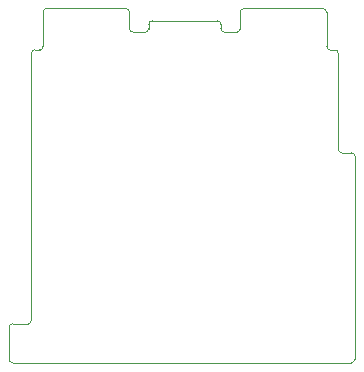
<source format=gm1>
%TF.GenerationSoftware,KiCad,Pcbnew,8.0.7-1.fc41*%
%TF.CreationDate,2025-01-19T14:43:59-06:00*%
%TF.ProjectId,Expansion_Card,45787061-6e73-4696-9f6e-5f436172642e,X1*%
%TF.SameCoordinates,Original*%
%TF.FileFunction,Profile,NP*%
%FSLAX46Y46*%
G04 Gerber Fmt 4.6, Leading zero omitted, Abs format (unit mm)*
G04 Created by KiCad (PCBNEW 8.0.7-1.fc41) date 2025-01-19 14:43:59*
%MOMM*%
%LPD*%
G01*
G04 APERTURE LIST*
%TA.AperFunction,Profile*%
%ADD10C,0.050000*%
%TD*%
G04 APERTURE END LIST*
D10*
X153000000Y-130800000D02*
X153000000Y-138900000D01*
X125412132Y-157000000D02*
X152700000Y-157000000D01*
X144700000Y-128700000D02*
G75*
G02*
X144400000Y-129000000I-300000J0D01*
G01*
X135000000Y-127000000D02*
G75*
G02*
X135300000Y-127300000I0J-300000D01*
G01*
X144700000Y-128700000D02*
X144700000Y-127300000D01*
X144700000Y-127300000D02*
G75*
G02*
X145000000Y-127000000I300000J0D01*
G01*
X135000000Y-127000000D02*
X128300000Y-127000000D01*
X145000000Y-127000000D02*
X151700000Y-127000000D01*
X125412132Y-157000000D02*
G75*
G02*
X125112100Y-156700000I-32J300000D01*
G01*
X144300000Y-129000000D02*
X144400000Y-129000000D01*
X128000000Y-127300000D02*
G75*
G02*
X128300000Y-127000000I300000J0D01*
G01*
X128000000Y-130200000D02*
X128000000Y-127300000D01*
X128000000Y-130200000D02*
G75*
G02*
X127700000Y-130500000I-300000J0D01*
G01*
X127000000Y-130800000D02*
G75*
G02*
X127300000Y-130500000I300000J0D01*
G01*
X127300000Y-130500000D02*
X127700000Y-130500000D01*
X152000000Y-130200000D02*
X152000000Y-127300000D01*
X152700000Y-130500000D02*
G75*
G02*
X153000000Y-130800000I0J-300000D01*
G01*
X152300000Y-130500000D02*
G75*
G02*
X152000000Y-130200000I0J300000D01*
G01*
X152300000Y-130500000D02*
X152700000Y-130500000D01*
X135600000Y-129000000D02*
G75*
G02*
X135300000Y-128700000I0J300000D01*
G01*
X154100000Y-139200000D02*
X153300000Y-139200000D01*
X154100000Y-139200000D02*
G75*
G02*
X154400000Y-139500000I0J-300000D01*
G01*
X127000000Y-130800000D02*
X127000000Y-153400000D01*
X135600000Y-129000000D02*
X135700000Y-129000000D01*
X125412132Y-153700000D02*
X126700000Y-153700000D01*
X151700000Y-127000000D02*
G75*
G02*
X152000000Y-127300000I0J-300000D01*
G01*
X154400000Y-156700000D02*
G75*
G02*
X154100000Y-157000000I-300000J0D01*
G01*
X125112132Y-154000000D02*
G75*
G02*
X125412132Y-153700032I299968J0D01*
G01*
X135300000Y-128700000D02*
X135300000Y-127300000D01*
X152700000Y-157000000D02*
X154100000Y-157000000D01*
X153300000Y-139200000D02*
G75*
G02*
X153000000Y-138900000I0J300000D01*
G01*
X154400000Y-156700000D02*
X154400000Y-139500000D01*
X125112132Y-156700000D02*
X125112132Y-154000000D01*
X127000000Y-153400000D02*
G75*
G02*
X126700000Y-153700000I-300000J0D01*
G01*
%TO.C,P1*%
X136650000Y-129000000D02*
X135700000Y-129000000D01*
X136950000Y-128340000D02*
X136950000Y-128700000D01*
X137250000Y-128040000D02*
X142750000Y-128040000D01*
X143050000Y-128340000D02*
X143050000Y-128700000D01*
X143350000Y-129000000D02*
X144300000Y-129000000D01*
X136950000Y-128340000D02*
G75*
G02*
X137250000Y-128040000I300000J0D01*
G01*
X136950000Y-128700000D02*
G75*
G02*
X136650000Y-129000000I-300000J0D01*
G01*
X142750000Y-128040000D02*
G75*
G02*
X143050000Y-128340000I0J-300000D01*
G01*
X143350000Y-129000000D02*
G75*
G02*
X143050000Y-128700000I0J300000D01*
G01*
%TD*%
M02*

</source>
